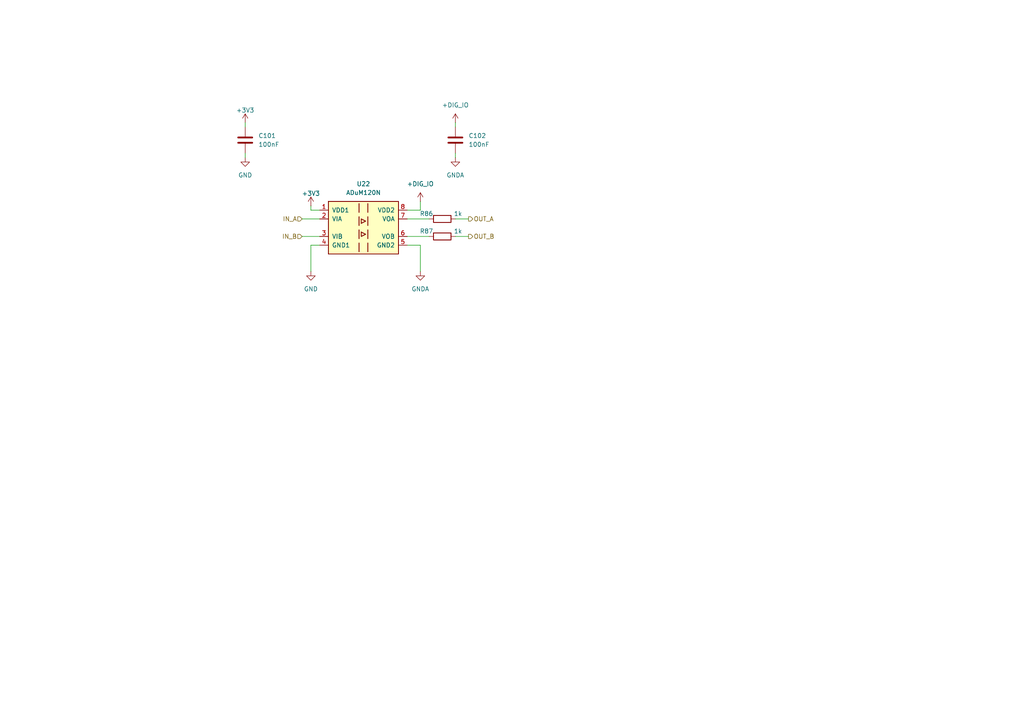
<source format=kicad_sch>
(kicad_sch (version 20231120) (generator "eeschema") (generator_version "8.0")
  (paper "A4")
  (lib_symbols
    (symbol "Device:C" (pin_numbers hide) (pin_names (offset 0.254))
      (property "Reference" "C" (at 0.635 2.54 0))
      (property "Value" "C" (at 0.635 -2.54 0))
      (symbol "C_0_1"
        (polyline (pts (xy -2.032 -0.762) (xy 2.032 -0.762)) (stroke (width 0.508)))
        (polyline (pts (xy -2.032 0.762) (xy 2.032 0.762)) (stroke (width 0.508)))
      )
      (symbol "C_1_1"
        (pin passive line (at 0 3.81 270) (length 2.794) (name "~") (number "1"))
        (pin passive line (at 0 -3.81 90) (length 2.794) (name "~") (number "2"))
      )
    )
    (symbol "Device:R" (pin_numbers hide) (pin_names (offset 0))
      (property "Reference" "R" (at 2.032 0 90))
      (property "Value" "R" (at 0 0 90))
      (symbol "R_0_1"
        (rectangle (start -1.016 -2.54) (end 1.016 2.54) (stroke (width 0.254)))
      )
      (symbol "R_1_1"
        (pin passive line (at 0 3.81 270) (length 1.27) (name "~") (number "1"))
        (pin passive line (at 0 -3.81 90) (length 1.27) (name "~") (number "2"))
      )
    )
    (symbol "Isolator:ADuM120N" (pin_names (offset 1.016))
      (property "Reference" "U" (at -10.16 8.89 0))
      (property "Value" "ADuM120N" (at -2.032 8.89 0))
      (symbol "ADuM120N_0_1"
        (rectangle (start -10.16 7.62) (end 10.16 -7.62) (stroke (width 0.254)) (fill (type background)))
        (polyline (pts (xy -1.27 -4.445) (xy -1.27 -6.985)) (stroke (width 0.254)))
        (polyline (pts (xy -1.27 -0.635) (xy -1.27 -3.175)) (stroke (width 0.254)))
        (polyline (pts (xy -1.27 3.175) (xy -1.27 0.635)) (stroke (width 0.254)))
        (polyline (pts (xy -1.27 6.985) (xy -1.27 4.445)) (stroke (width 0.254)))
        (polyline (pts (xy 1.27 -4.445) (xy 1.27 -6.985)) (stroke (width 0.254)))
        (polyline (pts (xy 1.27 -0.635) (xy 1.27 -3.175)) (stroke (width 0.254)))
        (polyline (pts (xy 1.27 3.175) (xy 1.27 0.635)) (stroke (width 0.254)))
        (polyline (pts (xy 1.27 6.985) (xy 1.27 4.445)) (stroke (width 0.254)))
        (polyline (pts (xy -0.635 -1.27) (xy -0.635 -2.54) (xy 0.635 -1.905) (xy -0.635 -1.27)) (stroke (width 0.254)))
        (polyline (pts (xy -0.635 1.27) (xy 0.635 1.905) (xy -0.635 2.54) (xy -0.635 1.27)) (stroke (width 0.254)))
      )
      (symbol "ADuM120N_1_1"
        (pin power_in line (at -12.7 5.08 0) (length 2.54) (name "VDD1") (number "1"))
        (pin input line (at -12.7 2.54 0) (length 2.54) (name "VIA") (number "2"))
        (pin input line (at -12.7 -2.54 0) (length 2.54) (name "VIB") (number "3"))
        (pin power_in line (at -12.7 -5.08 0) (length 2.54) (name "GND1") (number "4"))
        (pin power_in line (at 12.7 -5.08 180) (length 2.54) (name "GND2") (number "5"))
        (pin output line (at 12.7 -2.54 180) (length 2.54) (name "VOB") (number "6"))
        (pin output line (at 12.7 2.54 180) (length 2.54) (name "VOA") (number "7"))
        (pin power_in line (at 12.7 5.08 180) (length 2.54) (name "VDD2") (number "8"))
      )
    )
    (symbol "power:+3V3" (power) (pin_numbers hide) (pin_names (offset 0) hide)
      (property "Value" "+3V3" (at 0 3.556 0))
      (symbol "+3V3_0_1"
        (polyline (pts (xy -0.762 1.27) (xy 0 2.54)))
        (polyline (pts (xy 0 0) (xy 0 2.54)))
        (polyline (pts (xy 0 2.54) (xy 0.762 1.27)))
      )
      (symbol "+3V3_1_1"
        (pin power_in line (at 0 0 90) (length 0) (name "~") (number "1"))
      )
    )
    (symbol "power:+5VA" (power) (pin_numbers hide) (pin_names (offset 0) hide)
      (property "Value" "+5VA" (at 0 3.556 0))
      (symbol "+5VA_0_1"
        (polyline (pts (xy -0.762 1.27) (xy 0 2.54)))
        (polyline (pts (xy 0 0) (xy 0 2.54)))
        (polyline (pts (xy 0 2.54) (xy 0.762 1.27)))
      )
      (symbol "+5VA_1_1"
        (pin power_in line (at 0 0 90) (length 0) (name "~") (number "1"))
      )
    )
    (symbol "power:GND" (power) (pin_numbers hide) (pin_names (offset 0) hide)
      (property "Value" "GND" (at 0 -3.81 0))
      (symbol "GND_0_1"
        (polyline (pts (xy 0 0) (xy 0 -1.27) (xy 1.27 -1.27) (xy 0 -2.54) (xy -1.27 -1.27) (xy 0 -1.27)))
      )
      (symbol "GND_1_1"
        (pin power_in line (at 0 0 270) (length 0) (name "~") (number "1"))
      )
    )
    (symbol "power:GNDA" (power) (pin_numbers hide) (pin_names (offset 0) hide)
      (property "Value" "GNDA" (at 0 -3.81 0))
      (symbol "GNDA_0_1"
        (polyline (pts (xy 0 0) (xy 0 -1.27) (xy 1.27 -1.27) (xy 0 -2.54) (xy -1.27 -1.27) (xy 0 -1.27)))
      )
      (symbol "GNDA_1_1"
        (pin power_in line (at 0 0 270) (length 0) (name "~") (number "1"))
      )
    )
  )
  (wire (pts (xy 121.92 60.96) (xy 121.92 58.42)))
  (wire (pts (xy 87.63 68.58) (xy 92.71 68.58)))
  (wire (pts (xy 71.12 35.56) (xy 71.12 36.83)))
  (wire (pts (xy 132.08 35.56) (xy 132.08 36.83)))
  (wire (pts (xy 121.92 71.12) (xy 121.92 78.74)))
  (wire (pts (xy 118.11 68.58) (xy 124.46 68.58)))
  (wire (pts (xy 92.71 71.12) (xy 90.17 71.12)))
  (wire (pts (xy 132.08 44.45) (xy 132.08 45.72)))
  (wire (pts (xy 118.11 63.5) (xy 124.46 63.5)))
  (wire (pts (xy 132.08 63.5) (xy 135.89 63.5)))
  (wire (pts (xy 71.12 44.45) (xy 71.12 45.72)))
  (wire (pts (xy 118.11 60.96) (xy 121.92 60.96)))
  (wire (pts (xy 90.17 71.12) (xy 90.17 78.74)))
  (wire (pts (xy 132.08 68.58) (xy 135.89 68.58)))
  (wire (pts (xy 90.17 59.69) (xy 90.17 60.96)))
  (wire (pts (xy 90.17 60.96) (xy 92.71 60.96)))
  (wire (pts (xy 118.11 71.12) (xy 121.92 71.12)))
  (wire (pts (xy 87.63 63.5) (xy 92.71 63.5)))
  (hierarchical_label "IN_B" (shape input) (at 87.63 68.58 180))
  (hierarchical_label "OUT_A" (shape output) (at 135.89 63.5 0))
  (hierarchical_label "OUT_B" (shape output) (at 135.89 68.58 0))
  (hierarchical_label "IN_A" (shape input) (at 87.63 63.5 180))
  (symbol (lib_id "Device:R") (at 128.27 68.58 90) (unit 1)
    (property "Reference" "R87" (at 123.698 67.056 90))
    (property "Value" "1k" (at 132.842 67.056 90))
    (property "Footprint" "Resistor_SMD:R_0402_1005Metric" (effects (hide yes)))
    (property "Description" "Resistor" (effects (hide yes)))
    (property "LCSC" "C11702" (effects (hide yes)))
    (instances (project "mypsu" (path "" (reference "R87") (unit 1)) (path "" (reference "R71") (unit 1))))
  )
  (symbol (lib_id "Device:R") (at 128.27 63.5 90) (unit 1)
    (property "Reference" "R86" (at 123.698 61.976 90))
    (property "Value" "1k" (at 132.842 61.976 90))
    (property "Footprint" "Resistor_SMD:R_0402_1005Metric" (effects (hide yes)))
    (property "Description" "Resistor" (effects (hide yes)))
    (property "LCSC" "C11702" (effects (hide yes)))
    (instances (project "mypsu" (path "" (reference "R86") (unit 1)) (path "" (reference "R70") (unit 1))))
  )
  (symbol (lib_id "power:GNDA") (at 132.08 45.72 0) (unit 1)
    (property "Reference" "#PWR0246" (effects (hide yes)))
    (property "Value" "GNDA" (at 132.08 50.8 0))
    (property "Description" "Power symbol creates a global label with name \"GNDA\" , analog ground" (effects (hide yes)))
    (instances (project "mypsu" (path "" (reference "#PWR0246") (unit 1)) (path "" (reference "#PWR0209") (unit 1))))
  )
  (symbol (lib_id "Device:C") (at 71.12 40.64 0) (unit 1)
    (property "Reference" "C101" (at 74.93 39.3699 0) (effects (justify left)))
    (property "Value" "100nF" (at 74.93 41.9099 0) (effects (justify left)))
    (property "Footprint" "Capacitor_SMD:C_0603_1608Metric" (effects (hide yes)))
    (property "Description" "Unpolarized capacitor" (effects (hide yes)))
    (property "LCSC" "C14663" (effects (hide yes)))
    (instances (project "mypsu" (path "" (reference "C101") (unit 1)) (path "" (reference "C93") (unit 1))))
  )
  (symbol (lib_id "power:+3V3") (at 71.12 35.56 0) (unit 1)
    (property "Reference" "#PWR0237" (effects (hide yes)))
    (property "Value" "+3V3" (at 71.12 31.9842 0))
    (property "Description" "Power symbol creates a global label with name \"+3V3\"" (effects (hide yes)))
    (instances (project "mypsu" (path "" (reference "#PWR0237") (unit 1)) (path "" (reference "#PWR0199") (unit 1))))
  )
  (symbol (lib_id "Isolator:ADuM120N") (at 105.41 66.04 0) (unit 1)
    (property "Reference" "U22" (at 105.41 53.34 0))
    (property "Value" "ADuM120N" (at 105.41 55.88 0))
    (property "Footprint" "Package_SO:SOIC-8_3.9x4.9mm_P1.27mm" (effects (hide yes)))
    (property "Datasheet" "https://www.analog.com/media/en/technical-documentation/data-sheets/ADuM120N_121N.pdf" (effects (hide yes)))
    (property "Description" "Dual-channel digital isolator,1.8 to 5V, 150Mbs, 3kV" (effects (hide yes)))
    (property "LCSC" "C660268" (effects (hide yes)))
    (instances (project "mypsu" (path "" (reference "U22") (unit 1)) (path "" (reference "U18") (unit 1))))
  )
  (symbol (lib_id "power:+5VA") (at 132.08 35.56 0) (unit 1)
    (property "Reference" "#PWR0245" (effects (hide yes)))
    (property "Value" "+DIG_IO" (at 132.08 30.48 0))
    (property "Description" "Power symbol creates a global label with name \"+5VA\"" (effects (hide yes)))
    (instances (project "mypsu" (path "" (reference "#PWR0245") (unit 1)) (path "" (reference "#PWR0208") (unit 1))))
  )
  (symbol (lib_id "power:+5VA") (at 121.92 58.42 0) (unit 1)
    (property "Reference" "#PWR0243" (effects (hide yes)))
    (property "Value" "+DIG_IO" (at 121.92 53.34 0))
    (property "Description" "Power symbol creates a global label with name \"+5VA\"" (effects (hide yes)))
    (instances (project "mypsu" (path "" (reference "#PWR0243") (unit 1)) (path "" (reference "#PWR0205") (unit 1))))
  )
  (symbol (lib_id "power:GND") (at 71.12 45.72 0) (unit 1)
    (property "Reference" "#PWR0238" (effects (hide yes)))
    (property "Value" "GND" (at 71.12 50.8 0))
    (property "Description" "Power symbol creates a global label with name \"GND\" , ground" (effects (hide yes)))
    (instances (project "mypsu" (path "" (reference "#PWR0238") (unit 1)) (path "" (reference "#PWR0200") (unit 1))))
  )
  (symbol (lib_id "power:GND") (at 90.17 78.74 0) (unit 1)
    (property "Reference" "#PWR0242" (effects (hide yes)))
    (property "Value" "GND" (at 90.17 83.82 0))
    (property "Description" "Power symbol creates a global label with name \"GND\" , ground" (effects (hide yes)))
    (instances (project "mypsu" (path "" (reference "#PWR0242") (unit 1)) (path "" (reference "#PWR0204") (unit 1))))
  )
  (symbol (lib_id "power:GNDA") (at 121.92 78.74 0) (unit 1)
    (property "Reference" "#PWR0244" (effects (hide yes)))
    (property "Value" "GNDA" (at 121.92 83.82 0))
    (property "Description" "Power symbol creates a global label with name \"GNDA\" , analog ground" (effects (hide yes)))
    (instances (project "mypsu" (path "" (reference "#PWR0244") (unit 1)) (path "" (reference "#PWR0206") (unit 1))))
  )
  (symbol (lib_id "Device:C") (at 132.08 40.64 0) (unit 1)
    (property "Reference" "C102" (at 135.89 39.3699 0) (effects (justify left)))
    (property "Value" "100nF" (at 135.89 41.9099 0) (effects (justify left)))
    (property "Footprint" "Capacitor_SMD:C_0603_1608Metric" (effects (hide yes)))
    (property "Description" "Unpolarized capacitor" (effects (hide yes)))
    (property "LCSC" "C14663" (effects (hide yes)))
    (instances (project "mypsu" (path "" (reference "C102") (unit 1)) (path "" (reference "C94") (unit 1))))
  )
  (symbol (lib_id "power:+3V3") (at 90.17 59.69 0) (unit 1)
    (property "Reference" "#PWR0241" (effects (hide yes)))
    (property "Value" "+3V3" (at 90.17 56.1142 0))
    (property "Description" "Power symbol creates a global label with name \"+3V3\"" (effects (hide yes)))
    (instances (project "mypsu" (path "" (reference "#PWR0241") (unit 1)) (path "" (reference "#PWR0203") (unit 1))))
  )
)
</source>
